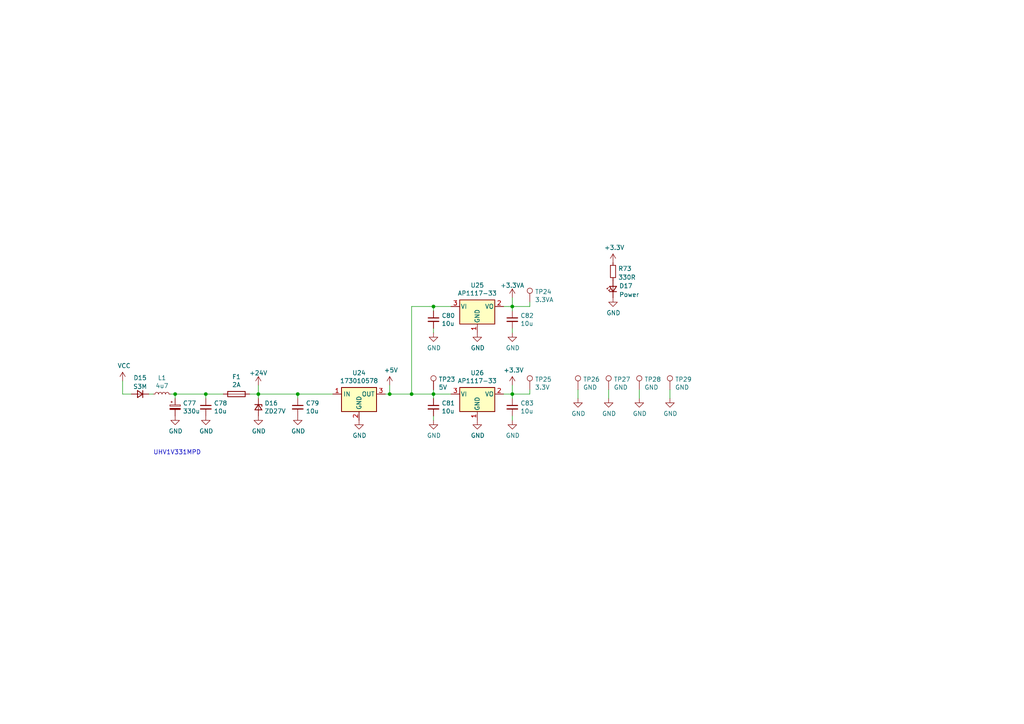
<source format=kicad_sch>
(kicad_sch (version 20230121) (generator eeschema)
  (paper "A4")
  (title_block (title "SPR23e Battery Management Unit (BMU)") (date "2023-03-25") (rev "B") (company "Scuderia Mensa HS RheinMain racing e.V.") (comment 1 "Author: Luca Engelmann") (comment 2 "Car number: 65"))
  (lib_symbols
    (symbol "+3.3VA_1" (power) (pin_names (offset 0))
      (property "Value" "+3.3VA_1" (at 0 3.556 0))
      (symbol "+3.3VA_1_0_1"
        (polyline (pts (xy -0.762 1.27) (xy 0 2.54)))
        (polyline (pts (xy 0 0) (xy 0 2.54)))
        (polyline (pts (xy 0 2.54) (xy 0.762 1.27)))
      )
      (symbol "+3.3VA_1_1_1"
        (pin power_in line (at 0 0 90) (length 0) hide (name "+3.3VA") (number "1"))
      )
    )
    (symbol "+3.3V_1" (power) (pin_names (offset 0))
      (property "Value" "+3.3V_1" (at 0 3.556 0))
      (symbol "+3.3V_1_0_1"
        (polyline (pts (xy -0.762 1.27) (xy 0 2.54)))
        (polyline (pts (xy 0 0) (xy 0 2.54)))
        (polyline (pts (xy 0 2.54) (xy 0.762 1.27)))
      )
      (symbol "+3.3V_1_1_1"
        (pin power_in line (at 0 0 90) (length 0) hide (name "+3.3V") (number "1"))
      )
    )
    (symbol "+5V_1" (power) (pin_names (offset 0))
      (property "Value" "+5V_1" (at 0 3.556 0))
      (symbol "+5V_1_0_1"
        (polyline (pts (xy -0.762 1.27) (xy 0 2.54)))
        (polyline (pts (xy 0 0) (xy 0 2.54)))
        (polyline (pts (xy 0 2.54) (xy 0.762 1.27)))
      )
      (symbol "+5V_1_1_1"
        (pin power_in line (at 0 0 90) (length 0) hide (name "+5V") (number "1"))
      )
    )
    (symbol "Connector:TestPoint" (pin_numbers hide) (pin_names (offset 0.762) hide)
      (property "Reference" "TP" (at 0 6.858 0))
      (property "Value" "TestPoint" (at 0 5.08 0))
      (symbol "TestPoint_0_1"
        (circle (center 0 3.302) (radius 0.762))
      )
      (symbol "TestPoint_1_1"
        (pin passive line (at 0 0 90) (length 2.54) (name "1") (number "1"))
      )
    )
    (symbol "Converter_DCDC:OKI-78SR-12_1.0-W36H-C"
      (property "Reference" "U" (at -3.81 3.175 0))
      (property "Value" "OKI-78SR-12_1.0-W36H-C" (at 0 3.175 0))
      (symbol "OKI-78SR-12_1.0-W36H-C_0_1"
        (rectangle (start -5.08 1.905) (end 5.08 -5.08) (stroke (width 0.254)) (fill (type background)))
      )
      (symbol "OKI-78SR-12_1.0-W36H-C_1_1"
        (pin power_in line (at -7.62 0 0) (length 2.54) (name "IN") (number "1"))
        (pin power_in line (at 0 -7.62 90) (length 2.54) (name "GND") (number "2"))
        (pin power_out line (at 7.62 0 180) (length 2.54) (name "OUT") (number "3"))
      )
    )
    (symbol "Device:CP_Small" (pin_numbers hide) (pin_names (offset 0.254) hide)
      (property "Reference" "C" (at 0.254 1.778 0))
      (property "Value" "Device_CP_Small" (at 0.254 -2.032 0))
      (symbol "CP_Small_0_1"
        (rectangle (start -1.524 -0.3048) (end 1.524 -0.6858) (fill (type outline)))
        (rectangle (start -1.524 0.6858) (end 1.524 0.3048))
        (polyline (pts (xy -1.27 1.524) (xy -0.762 1.524)))
        (polyline (pts (xy -1.016 1.27) (xy -1.016 1.778)))
      )
      (symbol "CP_Small_1_1"
        (pin passive line (at 0 2.54 270) (length 1.8542) (name "~") (number "1"))
        (pin passive line (at 0 -2.54 90) (length 1.8542) (name "~") (number "2"))
      )
    )
    (symbol "Device:C_Small" (pin_numbers hide) (pin_names (offset 0.254) hide)
      (property "Reference" "C" (at 0.254 1.778 0))
      (property "Value" "C_Small" (at 0.254 -2.032 0))
      (symbol "C_Small_0_1"
        (polyline (pts (xy -1.524 -0.508) (xy 1.524 -0.508)) (stroke (width 0.3302)))
        (polyline (pts (xy -1.524 0.508) (xy 1.524 0.508)) (stroke (width 0.3048)))
      )
      (symbol "C_Small_1_1"
        (pin passive line (at 0 2.54 270) (length 2.032) (name "~") (number "1"))
        (pin passive line (at 0 -2.54 90) (length 2.032) (name "~") (number "2"))
      )
    )
    (symbol "Device:D_Small" (pin_numbers hide) (pin_names (offset 0.254) hide)
      (property "Reference" "D" (at -1.27 2.032 0))
      (property "Value" "D_Small" (at -3.81 -2.032 0))
      (symbol "D_Small_0_1"
        (polyline (pts (xy -0.762 -1.016) (xy -0.762 1.016)) (stroke (width 0.254)))
        (polyline (pts (xy -0.762 0) (xy 0.762 0)))
        (polyline (pts (xy 0.762 -1.016) (xy -0.762 0) (xy 0.762 1.016) (xy 0.762 -1.016)) (stroke (width 0.254)))
      )
      (symbol "D_Small_1_1"
        (pin passive line (at -2.54 0 0) (length 1.778) (name "K") (number "1"))
        (pin passive line (at 2.54 0 180) (length 1.778) (name "A") (number "2"))
      )
    )
    (symbol "Device:D_Zener_Small" (pin_numbers hide) (pin_names (offset 0.254) hide)
      (property "Reference" "D" (at 0 2.286 0))
      (property "Value" "D_Zener_Small" (at 0 -2.286 0))
      (symbol "D_Zener_Small_0_1"
        (polyline (pts (xy 0.762 0) (xy -0.762 0)))
        (polyline (pts (xy -0.254 1.016) (xy -0.762 1.016) (xy -0.762 -1.016)) (stroke (width 0.254)))
        (polyline (pts (xy 0.762 1.016) (xy -0.762 0) (xy 0.762 -1.016) (xy 0.762 1.016)) (stroke (width 0.254)))
      )
      (symbol "D_Zener_Small_1_1"
        (pin passive line (at -2.54 0 0) (length 1.778) (name "K") (number "1"))
        (pin passive line (at 2.54 0 180) (length 1.778) (name "A") (number "2"))
      )
    )
    (symbol "Device:Fuse" (pin_numbers hide) (pin_names (offset 0))
      (property "Reference" "F" (at 2.032 0 90))
      (property "Value" "Fuse" (at -1.905 0 90))
      (symbol "Fuse_0_1"
        (rectangle (start -0.762 -2.54) (end 0.762 2.54) (stroke (width 0.254)))
        (polyline (pts (xy 0 2.54) (xy 0 -2.54)))
      )
      (symbol "Fuse_1_1"
        (pin passive line (at 0 3.81 270) (length 1.27) (name "~") (number "1"))
        (pin passive line (at 0 -3.81 90) (length 1.27) (name "~") (number "2"))
      )
    )
    (symbol "Device:LED_Small" (pin_numbers hide) (pin_names (offset 0.254) hide)
      (property "Reference" "D" (at -1.27 3.175 0))
      (property "Value" "LED_Small" (at -4.445 -2.54 0))
      (symbol "LED_Small_0_1"
        (polyline (pts (xy -0.762 -1.016) (xy -0.762 1.016)) (stroke (width 0.254)))
        (polyline (pts (xy 1.016 0) (xy -0.762 0)))
        (polyline (pts (xy 0.762 -1.016) (xy -0.762 0) (xy 0.762 1.016) (xy 0.762 -1.016)) (stroke (width 0.254)))
        (polyline (pts (xy 0 0.762) (xy -0.508 1.27) (xy -0.254 1.27) (xy -0.508 1.27) (xy -0.508 1.016)))
        (polyline (pts (xy 0.508 1.27) (xy 0 1.778) (xy 0.254 1.778) (xy 0 1.778) (xy 0 1.524)))
      )
      (symbol "LED_Small_1_1"
        (pin passive line (at -2.54 0 0) (length 1.778) (name "K") (number "1"))
        (pin passive line (at 2.54 0 180) (length 1.778) (name "A") (number "2"))
      )
    )
    (symbol "Device:L_Small" (pin_numbers hide) (pin_names (offset 0.254) hide)
      (property "Reference" "L" (at 0.762 1.016 0))
      (property "Value" "L_Small" (at 0.762 -1.016 0))
      (symbol "L_Small_0_1"
        (arc (start 0 -2.032) (mid 0.5058 -1.524) (end 0 -1.016))
        (arc (start 0 -1.016) (mid 0.5058 -0.508) (end 0 0))
        (arc (start 0 0) (mid 0.5058 0.508) (end 0 1.016))
        (arc (start 0 1.016) (mid 0.5058 1.524) (end 0 2.032))
      )
      (symbol "L_Small_1_1"
        (pin passive line (at 0 2.54 270) (length 0.508) (name "~") (number "1"))
        (pin passive line (at 0 -2.54 90) (length 0.508) (name "~") (number "2"))
      )
    )
    (symbol "Device:R_Small" (pin_numbers hide) (pin_names (offset 0.254) hide)
      (property "Reference" "R" (at 0.762 0.508 0))
      (property "Value" "R_Small" (at 0.762 -1.016 0))
      (symbol "R_Small_0_1"
        (rectangle (start -0.762 1.778) (end 0.762 -1.778) (stroke (width 0.2032)))
      )
      (symbol "R_Small_1_1"
        (pin passive line (at 0 2.54 270) (length 0.762) (name "~") (number "1"))
        (pin passive line (at 0 -2.54 90) (length 0.762) (name "~") (number "2"))
      )
    )
    (symbol "GND_1" (power) (pin_names (offset 0))
      (property "Value" "GND_1" (at 0 -3.81 0))
      (symbol "GND_1_0_1"
        (polyline (pts (xy 0 0) (xy 0 -1.27) (xy 1.27 -1.27) (xy 0 -2.54) (xy -1.27 -1.27) (xy 0 -1.27)))
      )
      (symbol "GND_1_1_1"
        (pin power_in line (at 0 0 270) (length 0) hide (name "GND") (number "1"))
      )
    )
    (symbol "GND_10" (power) (pin_names (offset 0))
      (property "Value" "GND_10" (at 0 -3.81 0))
      (symbol "GND_10_0_1"
        (polyline (pts (xy 0 0) (xy 0 -1.27) (xy 1.27 -1.27) (xy 0 -2.54) (xy -1.27 -1.27) (xy 0 -1.27)))
      )
      (symbol "GND_10_1_1"
        (pin power_in line (at 0 0 270) (length 0) hide (name "GND") (number "1"))
      )
    )
    (symbol "GND_12" (power) (pin_names (offset 0))
      (property "Value" "GND_12" (at 0 -3.81 0))
      (symbol "GND_12_0_1"
        (polyline (pts (xy 0 0) (xy 0 -1.27) (xy 1.27 -1.27) (xy 0 -2.54) (xy -1.27 -1.27) (xy 0 -1.27)))
      )
      (symbol "GND_12_1_1"
        (pin power_in line (at 0 0 270) (length 0) hide (name "GND") (number "1"))
      )
    )
    (symbol "GND_17" (power) (pin_names (offset 0))
      (property "Value" "GND_17" (at 0 -3.81 0))
      (symbol "GND_17_0_1"
        (polyline (pts (xy 0 0) (xy 0 -1.27) (xy 1.27 -1.27) (xy 0 -2.54) (xy -1.27 -1.27) (xy 0 -1.27)))
      )
      (symbol "GND_17_1_1"
        (pin power_in line (at 0 0 270) (length 0) hide (name "GND") (number "1"))
      )
    )
    (symbol "GND_18" (power) (pin_names (offset 0))
      (property "Value" "GND_18" (at 0 -3.81 0))
      (symbol "GND_18_0_1"
        (polyline (pts (xy 0 0) (xy 0 -1.27) (xy 1.27 -1.27) (xy 0 -2.54) (xy -1.27 -1.27) (xy 0 -1.27)))
      )
      (symbol "GND_18_1_1"
        (pin power_in line (at 0 0 270) (length 0) hide (name "GND") (number "1"))
      )
    )
    (symbol "GND_19" (power) (pin_names (offset 0))
      (property "Value" "GND_19" (at 0 -3.81 0))
      (symbol "GND_19_0_1"
        (polyline (pts (xy 0 0) (xy 0 -1.27) (xy 1.27 -1.27) (xy 0 -2.54) (xy -1.27 -1.27) (xy 0 -1.27)))
      )
      (symbol "GND_19_1_1"
        (pin power_in line (at 0 0 270) (length 0) hide (name "GND") (number "1"))
      )
    )
    (symbol "GND_21" (power) (pin_names (offset 0))
      (property "Value" "GND_21" (at 0 -3.81 0))
      (symbol "GND_21_0_1"
        (polyline (pts (xy 0 0) (xy 0 -1.27) (xy 1.27 -1.27) (xy 0 -2.54) (xy -1.27 -1.27) (xy 0 -1.27)))
      )
      (symbol "GND_21_1_1"
        (pin power_in line (at 0 0 270) (length 0) hide (name "GND") (number "1"))
      )
    )
    (symbol "GND_22" (power) (pin_names (offset 0))
      (property "Value" "GND_22" (at 0 -3.81 0))
      (symbol "GND_22_0_1"
        (polyline (pts (xy 0 0) (xy 0 -1.27) (xy 1.27 -1.27) (xy 0 -2.54) (xy -1.27 -1.27) (xy 0 -1.27)))
      )
      (symbol "GND_22_1_1"
        (pin power_in line (at 0 0 270) (length 0) hide (name "GND") (number "1"))
      )
    )
    (symbol "GND_24" (power) (pin_names (offset 0))
      (property "Value" "GND_24" (at 0 -3.81 0))
      (symbol "GND_24_0_1"
        (polyline (pts (xy 0 0) (xy 0 -1.27) (xy 1.27 -1.27) (xy 0 -2.54) (xy -1.27 -1.27) (xy 0 -1.27)))
      )
      (symbol "GND_24_1_1"
        (pin power_in line (at 0 0 270) (length 0) hide (name "GND") (number "1"))
      )
    )
    (symbol "GND_25" (power) (pin_names (offset 0))
      (property "Value" "GND_25" (at 0 -3.81 0))
      (symbol "GND_25_0_1"
        (polyline (pts (xy 0 0) (xy 0 -1.27) (xy 1.27 -1.27) (xy 0 -2.54) (xy -1.27 -1.27) (xy 0 -1.27)))
      )
      (symbol "GND_25_1_1"
        (pin power_in line (at 0 0 270) (length 0) hide (name "GND") (number "1"))
      )
    )
    (symbol "GND_26" (power) (pin_names (offset 0))
      (property "Value" "GND_26" (at 0 -3.81 0))
      (symbol "GND_26_0_1"
        (polyline (pts (xy 0 0) (xy 0 -1.27) (xy 1.27 -1.27) (xy 0 -2.54) (xy -1.27 -1.27) (xy 0 -1.27)))
      )
      (symbol "GND_26_1_1"
        (pin power_in line (at 0 0 270) (length 0) hide (name "GND") (number "1"))
      )
    )
    (symbol "GND_4" (power) (pin_names (offset 0))
      (property "Value" "GND_4" (at 0 -3.81 0))
      (symbol "GND_4_0_1"
        (polyline (pts (xy 0 0) (xy 0 -1.27) (xy 1.27 -1.27) (xy 0 -2.54) (xy -1.27 -1.27) (xy 0 -1.27)))
      )
      (symbol "GND_4_1_1"
        (pin power_in line (at 0 0 270) (length 0) hide (name "GND") (number "1"))
      )
    )
    (symbol "GND_5" (power) (pin_names (offset 0))
      (property "Value" "GND_5" (at 0 -3.81 0))
      (symbol "GND_5_0_1"
        (polyline (pts (xy 0 0) (xy 0 -1.27) (xy 1.27 -1.27) (xy 0 -2.54) (xy -1.27 -1.27) (xy 0 -1.27)))
      )
      (symbol "GND_5_1_1"
        (pin power_in line (at 0 0 270) (length 0) hide (name "GND") (number "1"))
      )
    )
    (symbol "GND_9" (power) (pin_names (offset 0))
      (property "Value" "GND_9" (at 0 -3.81 0))
      (symbol "GND_9_0_1"
        (polyline (pts (xy 0 0) (xy 0 -1.27) (xy 1.27 -1.27) (xy 0 -2.54) (xy -1.27 -1.27) (xy 0 -1.27)))
      )
      (symbol "GND_9_1_1"
        (pin power_in line (at 0 0 270) (length 0) hide (name "GND") (number "1"))
      )
    )
    (symbol "Regulator_Linear:AP1117-33" (pin_names (offset 0.254))
      (property "Reference" "U" (at -3.81 3.175 0))
      (property "Value" "AP1117-33" (at 0 3.175 0))
      (symbol "AP1117-33_0_1"
        (rectangle (start -5.08 -5.08) (end 5.08 1.905) (stroke (width 0.254)) (fill (type background)))
      )
      (symbol "AP1117-33_1_1"
        (pin power_in line (at 0 -7.62 90) (length 2.54) (name "GND") (number "1"))
        (pin power_out line (at 7.62 0 180) (length 2.54) (name "VO") (number "2"))
        (pin power_in line (at -7.62 0 0) (length 2.54) (name "VI") (number "3"))
      )
    )
    (symbol "power:+24V" (power) (pin_names (offset 0))
      (property "Value" "+24V" (at 0 3.556 0))
      (symbol "+24V_0_1"
        (polyline (pts (xy -0.762 1.27) (xy 0 2.54)))
        (polyline (pts (xy 0 0) (xy 0 2.54)))
        (polyline (pts (xy 0 2.54) (xy 0.762 1.27)))
      )
      (symbol "+24V_1_1"
        (pin power_in line (at 0 0 90) (length 0) hide (name "+24V") (number "1"))
      )
    )
    (symbol "power:VCC" (power) (pin_names (offset 0))
      (property "Value" "VCC" (at 0 3.81 0))
      (symbol "VCC_0_1"
        (polyline (pts (xy -0.762 1.27) (xy 0 2.54)))
        (polyline (pts (xy 0 0) (xy 0 2.54)))
        (polyline (pts (xy 0 2.54) (xy 0.762 1.27)))
      )
      (symbol "VCC_1_1"
        (pin power_in line (at 0 0 90) (length 0) hide (name "VCC") (number "1"))
      )
    )
  )
  (junction (at 148.59 114.3))
  (junction (at 74.93 114.3))
  (junction (at 119.38 114.3))
  (junction (at 125.73 114.3))
  (junction (at 113.03 114.3))
  (junction (at 50.8 114.3))
  (junction (at 125.73 88.9))
  (junction (at 86.36 114.3))
  (junction (at 148.59 88.9))
  (junction (at 59.69 114.3))
  (wire (pts (xy 119.38 88.9) (xy 119.38 114.3)))
  (wire (pts (xy 125.73 113.03) (xy 125.73 114.3)))
  (wire (pts (xy 74.93 115.57) (xy 74.93 114.3)))
  (wire (pts (xy 148.59 120.65) (xy 148.59 121.92)))
  (wire (pts (xy 176.53 113.03) (xy 176.53 115.57)))
  (wire (pts (xy 125.73 95.25) (xy 125.73 96.52)))
  (wire (pts (xy 125.73 115.57) (xy 125.73 114.3)))
  (wire (pts (xy 43.18 114.3) (xy 44.45 114.3)))
  (wire (pts (xy 130.81 114.3) (xy 125.73 114.3)))
  (wire (pts (xy 113.03 111.76) (xy 113.03 114.3)))
  (wire (pts (xy 148.59 95.25) (xy 148.59 96.52)))
  (wire (pts (xy 125.73 88.9) (xy 125.73 90.17)))
  (wire (pts (xy 167.64 113.03) (xy 167.64 115.57)))
  (wire (pts (xy 185.42 113.03) (xy 185.42 115.57)))
  (wire (pts (xy 194.31 113.03) (xy 194.31 115.57)))
  (wire (pts (xy 148.59 88.9) (xy 153.67 88.9)))
  (wire (pts (xy 74.93 111.76) (xy 74.93 114.3)))
  (wire (pts (xy 125.73 120.65) (xy 125.73 121.92)))
  (wire (pts (xy 119.38 114.3) (xy 113.03 114.3)))
  (wire (pts (xy 153.67 88.9) (xy 153.67 87.63)))
  (wire (pts (xy 86.36 115.57) (xy 86.36 114.3)))
  (wire (pts (xy 35.56 110.49) (xy 35.56 114.3)))
  (wire (pts (xy 72.39 114.3) (xy 74.93 114.3)))
  (wire (pts (xy 59.69 114.3) (xy 50.8 114.3)))
  (wire (pts (xy 50.8 115.57) (xy 50.8 114.3)))
  (wire (pts (xy 59.69 114.3) (xy 59.69 115.57)))
  (wire (pts (xy 125.73 88.9) (xy 119.38 88.9)))
  (wire (pts (xy 148.59 114.3) (xy 148.59 115.57)))
  (wire (pts (xy 148.59 86.36) (xy 148.59 88.9)))
  (wire (pts (xy 148.59 114.3) (xy 153.67 114.3)))
  (wire (pts (xy 64.77 114.3) (xy 59.69 114.3)))
  (wire (pts (xy 148.59 111.76) (xy 148.59 114.3)))
  (wire (pts (xy 130.81 88.9) (xy 125.73 88.9)))
  (wire (pts (xy 35.56 114.3) (xy 38.1 114.3)))
  (wire (pts (xy 146.05 114.3) (xy 148.59 114.3)))
  (wire (pts (xy 50.8 114.3) (xy 49.53 114.3)))
  (wire (pts (xy 74.93 114.3) (xy 86.36 114.3)))
  (wire (pts (xy 113.03 114.3) (xy 111.76 114.3)))
  (wire (pts (xy 146.05 88.9) (xy 148.59 88.9)))
  (wire (pts (xy 153.67 114.3) (xy 153.67 113.03)))
  (wire (pts (xy 148.59 88.9) (xy 148.59 90.17)))
  (wire (pts (xy 125.73 114.3) (xy 119.38 114.3)))
  (wire (pts (xy 86.36 114.3) (xy 96.52 114.3)))
  (text "UHV1V331MPD" (at 44.45 132.08 0) (effects (font (size 1.27 1.27)) (justify left bottom)))
  (symbol (lib_id "Device:CP_Small") (at 50.8 118.11 0) (unit 1)
    (property "Reference" "C77" (at 53.0352 116.9416 0) (effects (justify left)))
    (property "Value" "330u" (at 53.0352 119.253 0) (effects (justify left)))
    (property "Footprint" "Capacitor_THT:CP_Radial_D10.0mm_P5.00mm" (effects hide))
  )
  (symbol (lib_id "Device:D_Zener_Small") (at 74.93 118.11 270) (unit 1)
    (property "Reference" "D16" (at 76.708 116.9416 90) (effects (justify left)))
    (property "Value" "ZD27V" (at 76.708 119.253 90) (effects (justify left)))
    (property "Footprint" "Diode_SMD:D_SMB" (effects hide))
  )
  (symbol (lib_name "GND_18") (lib_id "power:GND") (at 74.93 120.65 0) (unit 1)
    (property "Reference" "#PWR0153" (effects hide))
    (property "Value" "GND" (at 75.057 125.0442 0))
  )
  (symbol (lib_id "Converter_DCDC:OKI-78SR-12_1.0-W36H-C") (at 104.14 114.3 0) (unit 1)
    (property "Reference" "U24" (at 104.14 108.1532 0))
    (property "Value" "173010578" (at 104.14 110.4646 0))
    (property "Footprint" "Converter_DCDC:Converter_DCDC_TRACO_TSR-1_THT" (effects hide))
    (property "Datasheet" "https://power.murata.com/data/power/oki-78sr.pdf" (effects hide))
  )
  (symbol (lib_name "GND_12") (lib_id "power:GND") (at 104.14 121.92 0) (unit 1)
    (property "Reference" "#PWR0155" (effects hide))
    (property "Value" "GND" (at 104.267 126.3142 0))
  )
  (symbol (lib_id "Regulator_Linear:AP1117-33") (at 138.43 114.3 0) (unit 1)
    (property "Reference" "U26" (at 138.43 108.1532 0))
    (property "Value" "AP1117-33" (at 138.43 110.4646 0))
    (property "Footprint" "Package_TO_SOT_SMD:SOT-223-3_TabPin2" (effects hide))
    (property "Datasheet" "http://www.diodes.com/datasheets/AP1117.pdf" (effects hide))
  )
  (symbol (lib_id "Device:C_Small") (at 125.73 118.11 0) (unit 1)
    (property "Reference" "C81" (at 128.0668 116.9416 0) (effects (justify left)))
    (property "Value" "10u" (at 128.0668 119.253 0) (effects (justify left)))
    (property "Footprint" "Capacitor_SMD:C_1206_3216Metric" (effects hide))
  )
  (symbol (lib_id "Device:C_Small") (at 148.59 118.11 0) (unit 1)
    (property "Reference" "C83" (at 150.9268 116.9416 0) (effects (justify left)))
    (property "Value" "10u" (at 150.9268 119.253 0) (effects (justify left)))
    (property "Footprint" "Capacitor_SMD:C_1206_3216Metric" (effects hide))
  )
  (symbol (lib_name "GND_22") (lib_id "power:GND") (at 138.43 121.92 0) (unit 1)
    (property "Reference" "#PWR0160" (effects hide))
    (property "Value" "GND" (at 138.557 126.3142 0))
  )
  (symbol (lib_name "GND_9") (lib_id "power:GND") (at 125.73 121.92 0) (unit 1)
    (property "Reference" "#PWR0158" (effects hide))
    (property "Value" "GND" (at 125.857 126.3142 0))
  )
  (symbol (lib_name "GND_21") (lib_id "power:GND") (at 148.59 121.92 0) (unit 1)
    (property "Reference" "#PWR0164" (effects hide))
    (property "Value" "GND" (at 148.717 126.3142 0))
  )
  (symbol (lib_name "+5V_1") (lib_id "power:+5V") (at 113.03 111.76 0) (unit 1)
    (property "Reference" "#PWR0156" (effects hide))
    (property "Value" "+5V" (at 113.411 107.3658 0))
  )
  (symbol (lib_name "+3.3V_1") (lib_id "power:+3.3V") (at 148.59 111.76 0) (unit 1)
    (property "Reference" "#PWR0163" (effects hide))
    (property "Value" "+3.3V" (at 148.971 107.3658 0))
  )
  (symbol (lib_id "Connector:TestPoint") (at 125.73 113.03 0) (unit 1)
    (property "Reference" "TP23" (at 127.2032 110.0328 0) (effects (justify left)))
    (property "Value" "5V" (at 127.2032 112.3442 0) (effects (justify left)))
    (property "Footprint" "TestPoint:TestPoint_Keystone_5010-5014_Multipurpose" (effects hide))
  )
  (symbol (lib_id "Connector:TestPoint") (at 153.67 113.03 0) (unit 1)
    (property "Reference" "TP25" (at 155.1432 110.0328 0) (effects (justify left)))
    (property "Value" "3.3V" (at 155.1432 112.3442 0) (effects (justify left)))
    (property "Footprint" "TestPoint:TestPoint_Keystone_5010-5014_Multipurpose" (effects hide))
  )
  (symbol (lib_id "Connector:TestPoint") (at 167.64 113.03 0) (unit 1)
    (property "Reference" "TP26" (at 169.1132 110.0328 0) (effects (justify left)))
    (property "Value" "GND" (at 169.1132 112.3442 0) (effects (justify left)))
    (property "Footprint" "TestPoint:TestPoint_Keystone_5010-5014_Multipurpose" (effects hide))
  )
  (symbol (lib_name "GND_25") (lib_id "power:GND") (at 167.64 115.57 0) (unit 1)
    (property "Reference" "#PWR0165" (effects hide))
    (property "Value" "GND" (at 167.767 119.9642 0))
  )
  (symbol (lib_id "power:VCC") (at 35.56 110.49 0) (unit 1)
    (property "Reference" "#PWR0149" (effects hide))
    (property "Value" "VCC" (at 35.9918 106.0958 0))
  )
  (symbol (lib_id "Device:C_Small") (at 59.69 118.11 0) (unit 1)
    (property "Reference" "C78" (at 62.0268 116.9416 0) (effects (justify left)))
    (property "Value" "10u" (at 62.0268 119.253 0) (effects (justify left)))
    (property "Footprint" "Capacitor_SMD:C_1206_3216Metric" (effects hide))
  )
  (symbol (lib_name "GND_17") (lib_id "power:GND") (at 59.69 120.65 0) (unit 1)
    (property "Reference" "#PWR0151" (effects hide))
    (property "Value" "GND" (at 59.817 125.0442 0))
  )
  (symbol (lib_id "Device:Fuse") (at 68.58 114.3 270) (unit 1)
    (property "Reference" "F1" (at 68.58 109.2962 90))
    (property "Value" "2A" (at 68.58 111.6076 90))
    (property "Footprint" "Scuderia:0154xxxxxxx" (effects hide))
  )
  (symbol (lib_id "Device:L_Small") (at 46.99 114.3 90) (unit 1)
    (property "Reference" "L1" (at 46.99 109.601 90))
    (property "Value" "4u7" (at 46.99 111.9124 90))
    (property "Footprint" "Inductor_SMD:L_1206_3216Metric" (effects hide))
  )
  (symbol (lib_id "Device:C_Small") (at 86.36 118.11 0) (unit 1)
    (property "Reference" "C79" (at 88.6968 116.9416 0) (effects (justify left)))
    (property "Value" "10u" (at 88.6968 119.253 0) (effects (justify left)))
    (property "Footprint" "Capacitor_SMD:C_1206_3216Metric" (effects hide))
  )
  (symbol (lib_name "GND_10") (lib_id "power:GND") (at 86.36 120.65 0) (unit 1)
    (property "Reference" "#PWR0154" (effects hide))
    (property "Value" "GND" (at 86.487 125.0442 0))
  )
  (symbol (lib_name "GND_19") (lib_id "power:GND") (at 50.8 120.65 0) (unit 1)
    (property "Reference" "#PWR0150" (effects hide))
    (property "Value" "GND" (at 50.927 125.0442 0))
  )
  (symbol (lib_id "Connector:TestPoint") (at 185.42 113.03 0) (unit 1)
    (property "Reference" "TP28" (at 186.8932 110.0328 0) (effects (justify left)))
    (property "Value" "GND" (at 186.8932 112.3442 0) (effects (justify left)))
    (property "Footprint" "TestPoint:TestPoint_Keystone_5010-5014_Multipurpose" (effects hide))
  )
  (symbol (lib_id "Connector:TestPoint") (at 176.53 113.03 0) (unit 1)
    (property "Reference" "TP27" (at 178.0032 110.0328 0) (effects (justify left)))
    (property "Value" "GND" (at 178.0032 112.3442 0) (effects (justify left)))
    (property "Footprint" "TestPoint:TestPoint_Keystone_5010-5014_Multipurpose" (effects hide))
  )
  (symbol (lib_name "GND_4") (lib_id "power:GND") (at 125.73 96.52 0) (unit 1)
    (property "Reference" "#PWR0157" (effects hide))
    (property "Value" "GND" (at 125.857 100.9142 0))
  )
  (symbol (lib_name "+3.3V_1") (lib_id "power:+3.3V") (at 177.8 76.2 0) (unit 1)
    (property "Reference" "#PWR0167" (effects hide))
    (property "Value" "+3.3V" (at 178.181 71.8058 0))
  )
  (symbol (lib_id "Device:D_Small") (at 40.64 114.3 180) (unit 1)
    (property "Reference" "D15" (at 40.64 109.5842 0))
    (property "Value" "S3M" (at 40.64 112.1211 0))
    (property "Footprint" "Diode_SMD:D_SMC" (effects hide))
  )
  (symbol (lib_name "GND_1") (lib_id "power:GND") (at 138.43 96.52 0) (unit 1)
    (property "Reference" "#PWR0159" (effects hide))
    (property "Value" "GND" (at 138.557 100.9142 0))
  )
  (symbol (lib_name "+3.3VA_1") (lib_id "power:+3.3VA") (at 148.59 86.36 0) (unit 1)
    (property "Reference" "#PWR0161" (effects hide))
    (property "Value" "+3.3VA" (at 148.59 82.7842 0))
  )
  (symbol (lib_name "GND_25") (lib_id "power:GND") (at 185.42 115.57 0) (unit 1)
    (property "Reference" "#PWR0169" (effects hide))
    (property "Value" "GND" (at 185.547 119.9642 0))
  )
  (symbol (lib_name "GND_26") (lib_id "power:GND") (at 176.53 115.57 0) (unit 1)
    (property "Reference" "#PWR0166" (effects hide))
    (property "Value" "GND" (at 176.657 119.9642 0))
  )
  (symbol (lib_name "GND_26") (lib_id "power:GND") (at 194.31 115.57 0) (unit 1)
    (property "Reference" "#PWR0170" (effects hide))
    (property "Value" "GND" (at 194.437 119.9642 0))
  )
  (symbol (lib_id "Connector:TestPoint") (at 194.31 113.03 0) (unit 1)
    (property "Reference" "TP29" (at 195.7832 110.0328 0) (effects (justify left)))
    (property "Value" "GND" (at 195.7832 112.3442 0) (effects (justify left)))
    (property "Footprint" "TestPoint:TestPoint_Keystone_5010-5014_Multipurpose" (effects hide))
  )
  (symbol (lib_id "Device:R_Small") (at 177.8 78.74 0) (unit 1)
    (property "Reference" "R73" (at 179.2986 77.9053 0) (effects (justify left)))
    (property "Value" "330R" (at 179.2986 80.4422 0) (effects (justify left)))
    (property "Footprint" "Resistor_SMD:R_0603_1608Metric" (effects hide))
  )
  (symbol (lib_name "GND_5") (lib_id "power:GND") (at 148.59 96.52 0) (unit 1)
    (property "Reference" "#PWR0162" (effects hide))
    (property "Value" "GND" (at 148.717 100.9142 0))
  )
  (symbol (lib_id "Device:C_Small") (at 125.73 92.71 0) (unit 1)
    (property "Reference" "C80" (at 128.0668 91.5416 0) (effects (justify left)))
    (property "Value" "10u" (at 128.0668 93.853 0) (effects (justify left)))
    (property "Footprint" "Capacitor_SMD:C_1206_3216Metric" (effects hide))
  )
  (symbol (lib_id "Device:C_Small") (at 148.59 92.71 0) (unit 1)
    (property "Reference" "C82" (at 150.9268 91.5416 0) (effects (justify left)))
    (property "Value" "10u" (at 150.9268 93.853 0) (effects (justify left)))
    (property "Footprint" "Capacitor_SMD:C_1206_3216Metric" (effects hide))
  )
  (symbol (lib_id "power:+24V") (at 74.93 111.76 0) (unit 1)
    (property "Reference" "#PWR0152" (effects hide))
    (property "Value" "+24V" (at 74.93 108.1842 0))
  )
  (symbol (lib_id "Regulator_Linear:AP1117-33") (at 138.43 88.9 0) (unit 1)
    (property "Reference" "U25" (at 138.43 82.7532 0))
    (property "Value" "AP1117-33" (at 138.43 85.0646 0))
    (property "Footprint" "Package_TO_SOT_SMD:SOT-223-3_TabPin2" (effects hide))
    (property "Datasheet" "http://www.diodes.com/datasheets/AP1117.pdf" (effects hide))
  )
  (symbol (lib_id "Connector:TestPoint") (at 153.67 87.63 0) (unit 1)
    (property "Reference" "TP24" (at 155.1432 84.6328 0) (effects (justify left)))
    (property "Value" "3.3VA" (at 155.1432 86.9442 0) (effects (justify left)))
    (property "Footprint" "TestPoint:TestPoint_Keystone_5010-5014_Multipurpose" (effects hide))
  )
  (symbol (lib_id "Device:LED_Small") (at 177.8 83.82 90) (unit 1)
    (property "Reference" "D17" (at 179.578 82.9218 90) (effects (justify right)))
    (property "Value" "Power" (at 179.578 85.4587 90) (effects (justify right)))
    (property "Footprint" "LED_SMD:LED_0603_1608Metric" (effects hide))
  )
  (symbol (lib_name "GND_24") (lib_id "power:GND") (at 177.8 86.36 0) (unit 1)
    (property "Reference" "#PWR0168" (effects hide))
    (property "Value" "GND" (at 177.927 90.7542 0))
  )
)
</source>
